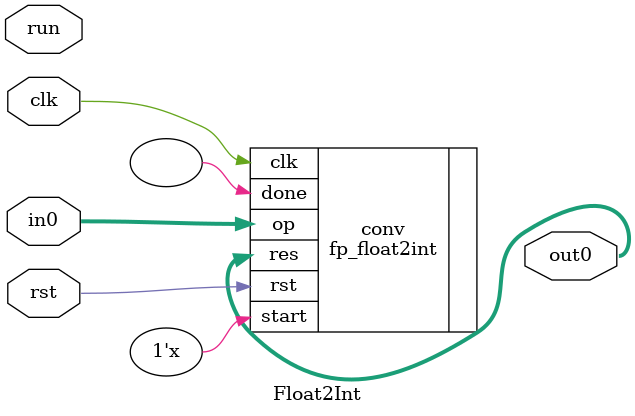
<source format=v>
`timescale 1ns / 1ps
`include "xversat.vh"

module Float2Int #(
         parameter DATA_W = 32
              )
    (
    //control
    input                         clk,
    input                         rst,
    
    input                         run,
    
    //input / output data
    input [DATA_W-1:0]            in0,
    
    (* versat_latency = 2 *) output [DATA_W-1:0]       out0
    );

fp_float2int conv(
   .clk(clk),
   .rst(rst),

   .start(1'bx),
   .done(),

   .op(in0),
   .res(out0)
    );

endmodule 

</source>
